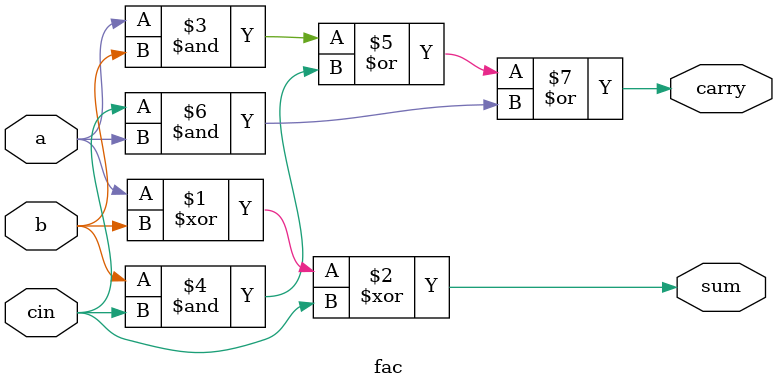
<source format=v>

module fac(
    input a,b,cin,
    output sum,carry
);

assign sum = a ^ b ^ cin;
assign carry = (a & b) | (b & cin)  | (cin & a) ;

endmodule
</source>
